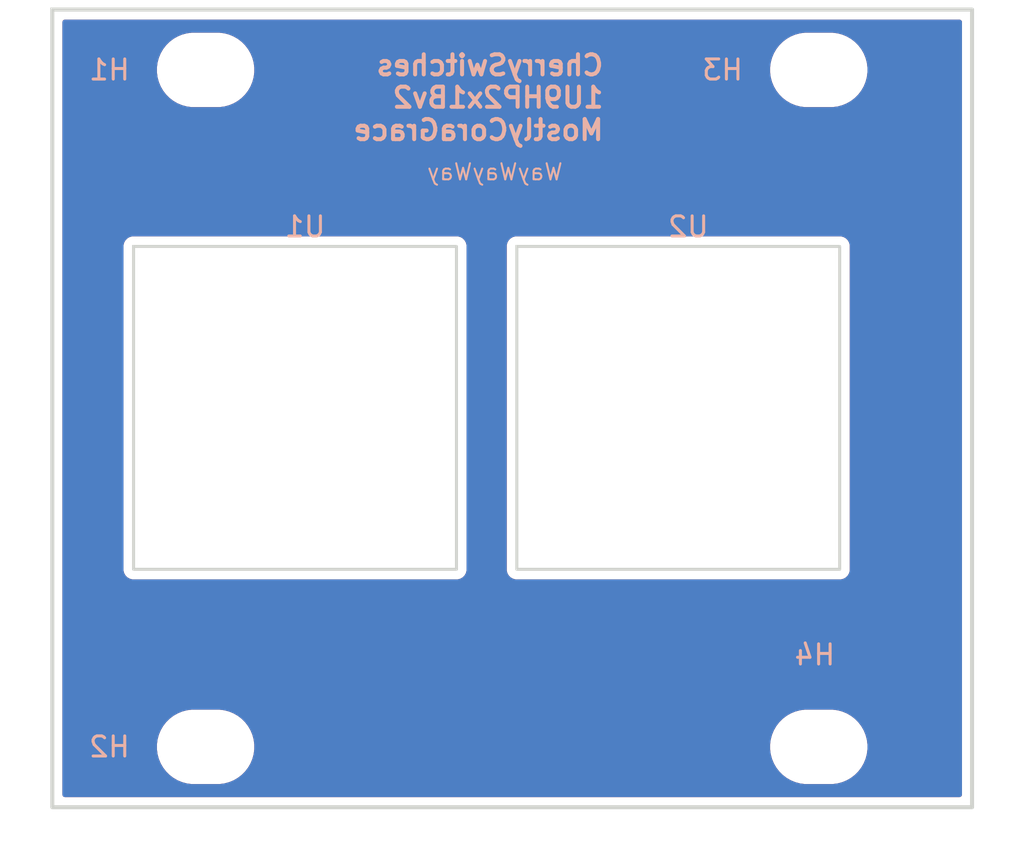
<source format=kicad_pcb>
(kicad_pcb (version 20241229) (generator "pcbnew") (generator_version "9.0")
  (layers (0 "F.Cu" signal) (2 "B.Cu" signal) (13 "F.Paste" user) (15 "B.Paste" user) (5 "F.SilkS" user "F.Silkscreen") (7 "B.SilkS" user "B.Silkscreen") (1 "F.Mask" user) (3 "B.Mask" user) (25 "Edge.Cuts" user))
  (net 0 "")
  (footprint "EXC:MountingHole_3.2mm_M3" (layer "F.Cu") (at 38.1 5.425)
    (property "Reference" "H3" (at -3.683 0 0) (layer "B.SilkS") (effects (justify left mirror)))
    (property "Value" "Eurorack_M3_MountingHole")
    (pad "" np_thru_hole oval (at 0 0) (size 4.34 3.2) (drill oval 4.34 3.2) (layers "*.Cu" "*.Mask"))
  )
  (footprint "EXC:MountingHole_3.2mm_M3" (layer "F.Cu") (at 7.62 5.425)
    (property "Reference" "H1" (at -3.683 0 0) (layer "B.SilkS") (effects (justify left mirror)))
    (property "Value" "Eurorack_M3_MountingHole")
    (pad "" np_thru_hole oval (at 0 0) (size 4.34 3.2) (drill oval 4.34 3.2) (layers "*.Cu" "*.Mask"))
  )
  (footprint "EXC:SW_Cherry_MX_1.00u_Clearance" (layer "F.Cu") (at 12.065 22.225)
    (property "Reference" "U1" (at 0.5 -9 0) (layer "B.SilkS") (effects (justify mirror)))
    (property "Value" "~")
    (fp_rect (start -8.025 -8.025) (end 8.025 8.025) (stroke (width 0.15)) (fill no) (layer "Edge.Cuts"))
  )
  (footprint "EXC:MountingHole_3.2mm_M3" (layer "F.Cu") (at 38.1 39.075)
    (property "Reference" "H4" (at 0.9 -4.575 0) (layer "B.SilkS") (effects (justify left mirror)))
    (property "Value" "Eurorack_M3_MountingHole")
    (pad "" np_thru_hole oval (at 0 0) (size 4.34 3.2) (drill oval 4.34 3.2) (layers "*.Cu" "*.Mask"))
  )
  (footprint "EXC:MountingHole_3.2mm_M3" (layer "F.Cu") (at 7.62 39.075)
    (property "Reference" "H2" (at -3.683 0 0) (layer "B.SilkS") (effects (justify left mirror)))
    (property "Value" "Eurorack_M3_MountingHole")
    (pad "" np_thru_hole oval (at 0 0) (size 4.34 3.2) (drill oval 4.34 3.2) (layers "*.Cu" "*.Mask"))
  )
  (footprint "EXC:SW_Cherry_MX_1.00u_Clearance" (layer "F.Cu") (at 31.115 22.225)
    (property "Reference" "U2" (at 0.5 -9 0) (layer "B.SilkS") (effects (justify mirror)))
    (property "Value" "~")
    (fp_rect (start -8.025 -8.025) (end 8.025 8.025) (stroke (width 0.15)) (fill no) (layer "Edge.Cuts"))
  )
  (gr_rect (start 0 2.425) (end 45.72 42.075) (stroke (width 0.2)) (fill no) (layer "Edge.Cuts"))
  (gr_text "WayWayWay" (at 22 10.5 0) (layer "B.SilkS") (effects (font (size 0.8 0.8) (thickness 0.1)) (justify mirror)))
  (gr_text "CherrySwitches\n1U9HP2x1Bv2\nMostlyCoraGrace" (at 27.5 9 0) (layer "B.SilkS") (effects (font (size 1 1) (thickness 0.2) (bold yes)) (justify left bottom mirror)))
  (zone (net 0) (net_name "") (layers "F.Cu" "B.Cu") (connect_pads (clearance 0.5)) (min_thickness 0.25) (fill yes (thermal_gap 0.5) (thermal_bridge_width 0.5) (island_removal_mode 1) (island_area_min 10))
    (polygon (pts (xy 0 2.5) (xy 45.75 2.5) (xy 45.75 42) (xy 0 42)))
  )
)
</source>
